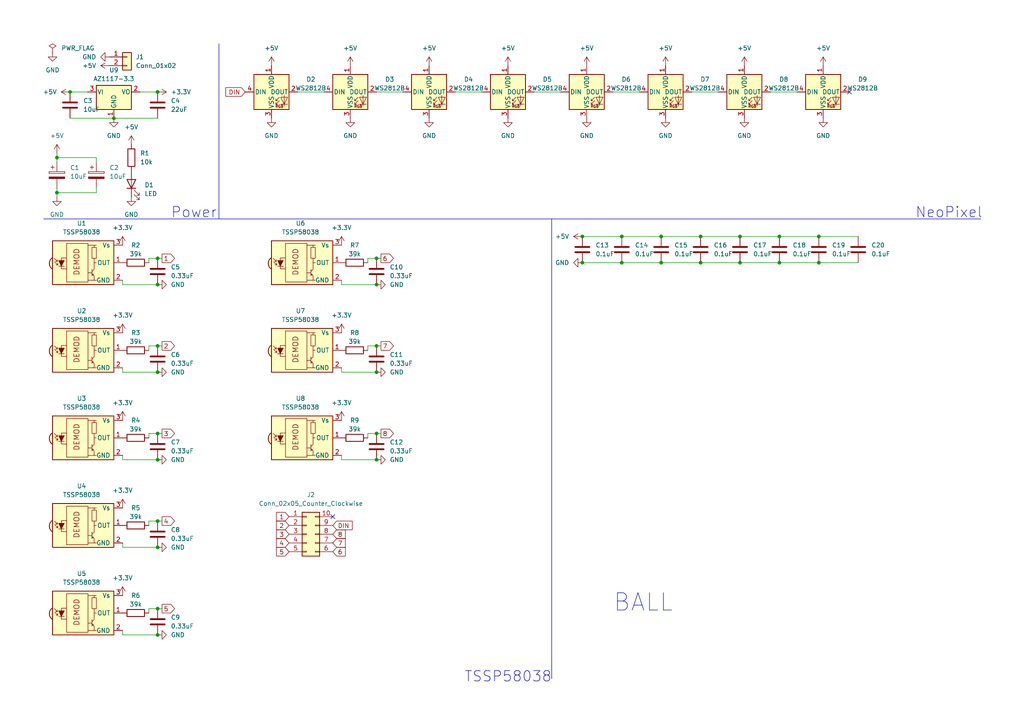
<source format=kicad_sch>
(kicad_sch (version 20231120) (generator "eeschema") (generator_version "8.0")
  (paper "A4")
  (lib_symbols
    (symbol "Connector_Generic:Conn_01x02" (pin_names (offset 1.016) hide)
      (property "Reference" "J" (at 0 2.54 0))
      (property "Value" "Conn_01x02" (at 0 -5.08 0))
      (symbol "Conn_01x02_1_1"
        (rectangle (start -1.27 -2.413) (end 0 -2.667) (stroke (width 0.1524)))
        (rectangle (start -1.27 0.127) (end 0 -0.127) (stroke (width 0.1524)))
        (rectangle (start -1.27 1.27) (end 1.27 -3.81) (stroke (width 0.254)) (fill (type background)))
        (pin passive line (at -5.08 0 0) (length 3.81) (name "Pin_1") (number "1"))
        (pin passive line (at -5.08 -2.54 0) (length 3.81) (name "Pin_2") (number "2"))
      )
    )
    (symbol "Connector_Generic:Conn_02x05_Counter_Clockwise" (pin_names (offset 1.016) hide)
      (property "Reference" "J" (at 1.27 7.62 0))
      (property "Value" "Conn_02x05_Counter_Clockwise" (at 1.27 -7.62 0))
      (symbol "Conn_02x05_Counter_Clockwise_1_1"
        (rectangle (start -1.27 -4.953) (end 0 -5.207) (stroke (width 0.1524)))
        (rectangle (start -1.27 -2.413) (end 0 -2.667) (stroke (width 0.1524)))
        (rectangle (start -1.27 0.127) (end 0 -0.127) (stroke (width 0.1524)))
        (rectangle (start -1.27 2.667) (end 0 2.413) (stroke (width 0.1524)))
        (rectangle (start -1.27 5.207) (end 0 4.953) (stroke (width 0.1524)))
        (rectangle (start -1.27 6.35) (end 3.81 -6.35) (stroke (width 0.254)) (fill (type background)))
        (rectangle (start 3.81 -4.953) (end 2.54 -5.207) (stroke (width 0.1524)))
        (rectangle (start 3.81 -2.413) (end 2.54 -2.667) (stroke (width 0.1524)))
        (rectangle (start 3.81 0.127) (end 2.54 -0.127) (stroke (width 0.1524)))
        (rectangle (start 3.81 2.667) (end 2.54 2.413) (stroke (width 0.1524)))
        (rectangle (start 3.81 5.207) (end 2.54 4.953) (stroke (width 0.1524)))
        (pin passive line (at -5.08 5.08 0) (length 3.81) (name "Pin_1") (number "1"))
        (pin passive line (at 7.62 5.08 180) (length 3.81) (name "Pin_10") (number "10"))
        (pin passive line (at -5.08 2.54 0) (length 3.81) (name "Pin_2") (number "2"))
        (pin passive line (at -5.08 0 0) (length 3.81) (name "Pin_3") (number "3"))
        (pin passive line (at -5.08 -2.54 0) (length 3.81) (name "Pin_4") (number "4"))
        (pin passive line (at -5.08 -5.08 0) (length 3.81) (name "Pin_5") (number "5"))
        (pin passive line (at 7.62 -5.08 180) (length 3.81) (name "Pin_6") (number "6"))
        (pin passive line (at 7.62 -2.54 180) (length 3.81) (name "Pin_7") (number "7"))
        (pin passive line (at 7.62 0 180) (length 3.81) (name "Pin_8") (number "8"))
        (pin passive line (at 7.62 2.54 180) (length 3.81) (name "Pin_9") (number "9"))
      )
    )
    (symbol "Device:C" (pin_numbers hide) (pin_names (offset 0.254))
      (property "Reference" "C" (at 0.635 2.54 0))
      (property "Value" "C" (at 0.635 -2.54 0))
      (symbol "C_0_1"
        (polyline (pts (xy -2.032 -0.762) (xy 2.032 -0.762)) (stroke (width 0.508)))
        (polyline (pts (xy -2.032 0.762) (xy 2.032 0.762)) (stroke (width 0.508)))
      )
      (symbol "C_1_1"
        (pin passive line (at 0 3.81 270) (length 2.794) (name "~") (number "1"))
        (pin passive line (at 0 -3.81 90) (length 2.794) (name "~") (number "2"))
      )
    )
    (symbol "Device:C_Polarized" (pin_numbers hide) (pin_names (offset 0.254))
      (property "Reference" "C" (at 0.635 2.54 0))
      (property "Value" "C_Polarized" (at 0.635 -2.54 0))
      (symbol "C_Polarized_0_1"
        (rectangle (start -2.286 0.508) (end 2.286 1.016))
        (polyline (pts (xy -1.778 2.286) (xy -0.762 2.286)))
        (polyline (pts (xy -1.27 2.794) (xy -1.27 1.778)))
        (rectangle (start 2.286 -0.508) (end -2.286 -1.016) (fill (type outline)))
      )
      (symbol "C_Polarized_1_1"
        (pin passive line (at 0 3.81 270) (length 2.794) (name "~") (number "1"))
        (pin passive line (at 0 -3.81 90) (length 2.794) (name "~") (number "2"))
      )
    )
    (symbol "Device:LED" (pin_numbers hide) (pin_names (offset 1.016) hide)
      (property "Reference" "D" (at 0 2.54 0))
      (property "Value" "LED" (at 0 -2.54 0))
      (symbol "LED_0_1"
        (polyline (pts (xy -1.27 -1.27) (xy -1.27 1.27)) (stroke (width 0.254)))
        (polyline (pts (xy -1.27 0) (xy 1.27 0)))
        (polyline (pts (xy 1.27 -1.27) (xy 1.27 1.27) (xy -1.27 0) (xy 1.27 -1.27)) (stroke (width 0.254)))
        (polyline (pts (xy -3.048 -0.762) (xy -4.572 -2.286) (xy -3.81 -2.286) (xy -4.572 -2.286) (xy -4.572 -1.524)))
        (polyline (pts (xy -1.778 -0.762) (xy -3.302 -2.286) (xy -2.54 -2.286) (xy -3.302 -2.286) (xy -3.302 -1.524)))
      )
      (symbol "LED_1_1"
        (pin passive line (at -3.81 0 0) (length 2.54) (name "K") (number "1"))
        (pin passive line (at 3.81 0 180) (length 2.54) (name "A") (number "2"))
      )
    )
    (symbol "Device:R" (pin_numbers hide) (pin_names (offset 0))
      (property "Reference" "R" (at 2.032 0 90))
      (property "Value" "R" (at 0 0 90))
      (symbol "R_0_1"
        (rectangle (start -1.016 -2.54) (end 1.016 2.54) (stroke (width 0.254)))
      )
      (symbol "R_1_1"
        (pin passive line (at 0 3.81 270) (length 1.27) (name "~") (number "1"))
        (pin passive line (at 0 -3.81 90) (length 1.27) (name "~") (number "2"))
      )
    )
    (symbol "LED:WS2812B" (pin_names (offset 0.254))
      (property "Reference" "D" (at 5.08 5.715 0))
      (property "Value" "WS2812B" (at 1.27 -5.715 0))
      (symbol "WS2812B_0_0"
        (text "RGB" (at 2.286 -4.191 0) (effects (font (size 0.762 0.762))))
      )
      (symbol "WS2812B_0_1"
        (polyline (pts (xy 1.27 -3.556) (xy 1.778 -3.556)))
        (polyline (pts (xy 1.27 -2.54) (xy 1.778 -2.54)))
        (polyline (pts (xy 4.699 -3.556) (xy 2.667 -3.556)))
        (polyline (pts (xy 2.286 -2.54) (xy 1.27 -3.556) (xy 1.27 -3.048)))
        (polyline (pts (xy 2.286 -1.524) (xy 1.27 -2.54) (xy 1.27 -2.032)))
        (polyline (pts (xy 3.683 -1.016) (xy 3.683 -3.556) (xy 3.683 -4.064)))
        (polyline (pts (xy 4.699 -1.524) (xy 2.667 -1.524) (xy 3.683 -3.556) (xy 4.699 -1.524)))
        (rectangle (start 5.08 5.08) (end -5.08 -5.08) (stroke (width 0.254)) (fill (type background)))
      )
      (symbol "WS2812B_1_1"
        (pin power_in line (at 0 7.62 270) (length 2.54) (name "VDD") (number "1"))
        (pin output line (at 7.62 0 180) (length 2.54) (name "DOUT") (number "2"))
        (pin power_in line (at 0 -7.62 90) (length 2.54) (name "VSS") (number "3"))
        (pin input line (at -7.62 0 0) (length 2.54) (name "DIN") (number "4"))
      )
    )
    (symbol "Regulator_Linear:AZ1117-3.3" (pin_names (offset 0.254))
      (property "Reference" "U" (at -3.81 3.175 0))
      (property "Value" "AZ1117-3.3" (at 0 3.175 0))
      (symbol "AZ1117-3.3_0_1"
        (rectangle (start -5.08 1.905) (end 5.08 -5.08) (stroke (width 0.254)) (fill (type background)))
      )
      (symbol "AZ1117-3.3_1_1"
        (pin power_in line (at 0 -7.62 90) (length 2.54) (name "GND") (number "1"))
        (pin power_out line (at 7.62 0 180) (length 2.54) (name "VO") (number "2"))
        (pin power_in line (at -7.62 0 0) (length 2.54) (name "VI") (number "3"))
      )
    )
    (symbol "Sensor_Proximity:TSSP58038" (pin_names (offset 1.016))
      (property "Reference" "U" (at -10.16 7.62 0))
      (property "Value" "TSSP58038" (at -10.16 -7.62 0))
      (symbol "TSSP58038_0_0"
        (arc (start -10.287 1.397) (mid -11.0899 -0.1852) (end -10.287 -1.778) (stroke (width 0.254)) (fill (type background)))
        (polyline (pts (xy 1.905 -5.08) (xy 0.127 -5.08)))
        (polyline (pts (xy 1.905 5.08) (xy 0.127 5.08)))
        (text "DEMOD" (at -3.175 0.254 900) (effects (font (size 1.524 1.524))))
      )
      (symbol "TSSP58038_0_1"
        (rectangle (start -6.096 5.588) (end 0.127 -5.588))
        (polyline (pts (xy -8.763 0.381) (xy -9.652 1.27)))
        (polyline (pts (xy -8.763 0.381) (xy -9.271 0.381)))
        (polyline (pts (xy -8.763 0.381) (xy -8.763 0.889)))
        (polyline (pts (xy -8.636 -0.635) (xy -9.525 0.254)))
        (polyline (pts (xy -8.636 -0.635) (xy -9.144 -0.635)))
        (polyline (pts (xy -8.636 -0.635) (xy -8.636 -0.127)))
        (polyline (pts (xy -8.382 -1.016) (xy -6.731 -1.016)))
        (polyline (pts (xy 1.27 -2.921) (xy 0.127 -2.921)))
        (polyline (pts (xy 1.27 -1.905) (xy 1.27 -3.81)))
        (polyline (pts (xy 1.397 -3.556) (xy 1.524 -3.556)))
        (polyline (pts (xy 1.651 -3.556) (xy 1.524 -3.556)))
        (polyline (pts (xy 1.651 -3.556) (xy 1.651 -3.302)))
        (polyline (pts (xy 1.905 0) (xy 1.905 1.27)))
        (polyline (pts (xy 1.905 4.445) (xy 1.905 5.08) (xy 2.54 5.08)))
        (polyline (pts (xy -8.382 0.635) (xy -6.731 0.635) (xy -7.62 -1.016) (xy -8.382 0.635)) (fill (type outline)))
        (polyline (pts (xy -6.096 1.397) (xy -7.62 1.397) (xy -7.62 -1.778) (xy -6.096 -1.778)))
        (polyline (pts (xy 1.27 -3.175) (xy 1.905 -3.81) (xy 1.905 -5.08) (xy 2.54 -5.08)))
        (polyline (pts (xy 1.27 -2.54) (xy 1.905 -1.905) (xy 1.905 0) (xy 2.54 0)))
        (rectangle (start 2.54 1.27) (end 1.27 4.445))
        (rectangle (start 7.62 6.35) (end -10.16 -6.35) (stroke (width 0.254)) (fill (type background)))
      )
      (symbol "TSSP58038_1_1"
        (pin output line (at 10.16 0 180) (length 2.54) (name "OUT") (number "1"))
        (pin power_in line (at 10.16 -5.08 180) (length 2.54) (name "GND") (number "2"))
        (pin power_in line (at 10.16 5.08 180) (length 2.54) (name "Vs") (number "3"))
      )
    )
    (symbol "power:+3.3V" (power) (pin_names (offset 0))
      (property "Value" "+3.3V" (at 0 3.556 0))
      (symbol "+3.3V_0_1"
        (polyline (pts (xy -0.762 1.27) (xy 0 2.54)))
        (polyline (pts (xy 0 0) (xy 0 2.54)))
        (polyline (pts (xy 0 2.54) (xy 0.762 1.27)))
      )
      (symbol "+3.3V_1_1"
        (pin power_in line (at 0 0 90) (length 0) hide (name "+3.3V") (number "1"))
      )
    )
    (symbol "power:+5V" (power) (pin_names (offset 0))
      (property "Value" "+5V" (at 0 3.556 0))
      (symbol "+5V_0_1"
        (polyline (pts (xy -0.762 1.27) (xy 0 2.54)))
        (polyline (pts (xy 0 0) (xy 0 2.54)))
        (polyline (pts (xy 0 2.54) (xy 0.762 1.27)))
      )
      (symbol "+5V_1_1"
        (pin power_in line (at 0 0 90) (length 0) hide (name "+5V") (number "1"))
      )
    )
    (symbol "power:GND" (power) (pin_names (offset 0))
      (property "Value" "GND" (at 0 -3.81 0))
      (symbol "GND_0_1"
        (polyline (pts (xy 0 0) (xy 0 -1.27) (xy 1.27 -1.27) (xy 0 -2.54) (xy -1.27 -1.27) (xy 0 -1.27)))
      )
      (symbol "GND_1_1"
        (pin power_in line (at 0 0 270) (length 0) hide (name "GND") (number "1"))
      )
    )
    (symbol "power:PWR_FLAG" (power) (pin_numbers hide) (pin_names (offset 0) hide)
      (property "Value" "PWR_FLAG" (at 0 3.81 0))
      (symbol "PWR_FLAG_0_0"
        (pin power_out line (at 0 0 90) (length 0) (name "pwr") (number "1"))
      )
      (symbol "PWR_FLAG_0_1"
        (polyline (pts (xy 0 0) (xy 0 1.27) (xy -1.016 1.905) (xy 0 2.54) (xy 1.016 1.905) (xy 0 1.27)))
      )
    )
  )
  (junction (at 109.22 82.55))
  (junction (at 20.32 26.67))
  (junction (at 180.34 76.2))
  (junction (at 45.72 100.33))
  (junction (at 45.72 151.13))
  (junction (at 16.51 55.88))
  (junction (at 45.72 74.93))
  (junction (at 214.63 76.2))
  (junction (at 214.63 68.58))
  (junction (at 109.22 107.95))
  (junction (at 191.77 68.58))
  (junction (at 203.2 76.2))
  (junction (at 45.72 184.15))
  (junction (at 45.72 82.55))
  (junction (at 45.72 176.53))
  (junction (at 45.72 26.67))
  (junction (at 226.06 68.58))
  (junction (at 45.72 133.35))
  (junction (at 45.72 125.73))
  (junction (at 109.22 100.33))
  (junction (at 16.51 45.72))
  (junction (at 45.72 107.95))
  (junction (at 203.2 68.58))
  (junction (at 45.72 158.75))
  (junction (at 109.22 133.35))
  (junction (at 191.77 76.2))
  (junction (at 109.22 125.73))
  (junction (at 168.91 76.2))
  (junction (at 237.49 68.58))
  (junction (at 168.91 68.58))
  (junction (at 180.34 68.58))
  (junction (at 226.06 76.2))
  (junction (at 109.22 74.93))
  (junction (at 237.49 76.2))
  (junction (at 33.02 34.29))
  (no_connect (at 246.38 26.67))
  (no_connect (at 96.52 149.86))
  (wire (pts (xy 180.34 68.58) (xy 191.77 68.58)))
  (wire (pts (xy 27.94 45.72) (xy 27.94 46.99)))
  (wire (pts (xy 35.56 132.08) (xy 35.56 133.35)))
  (wire (pts (xy 109.22 74.93) (xy 110.49 74.93)))
  (wire (pts (xy 27.94 55.88) (xy 27.94 54.61)))
  (wire (pts (xy 132.08 26.67) (xy 139.7 26.67)))
  (wire (pts (xy 237.49 68.58) (xy 248.92 68.58)))
  (wire (pts (xy 35.56 157.48) (xy 35.56 158.75)))
  (wire (pts (xy 203.2 76.2) (xy 214.63 76.2)))
  (wire (pts (xy 45.72 125.73) (xy 46.99 125.73)))
  (wire (pts (xy 106.68 125.73) (xy 109.22 125.73)))
  (wire (pts (xy 109.22 125.73) (xy 110.49 125.73)))
  (wire (pts (xy 45.72 176.53) (xy 46.99 176.53)))
  (wire (pts (xy 154.94 26.67) (xy 162.56 26.67)))
  (wire (pts (xy 16.51 54.61) (xy 16.51 55.88)))
  (wire (pts (xy 214.63 76.2) (xy 226.06 76.2)))
  (wire (pts (xy 16.51 44.45) (xy 16.51 45.72)))
  (wire (pts (xy 168.91 76.2) (xy 180.34 76.2)))
  (polyline (pts (xy 160.02 63.5) (xy 160.02 196.85)))
  (wire (pts (xy 191.77 68.58) (xy 203.2 68.58)))
  (wire (pts (xy 43.18 125.73) (xy 45.72 125.73)))
  (wire (pts (xy 223.52 26.67) (xy 231.14 26.67)))
  (wire (pts (xy 35.56 133.35) (xy 45.72 133.35)))
  (wire (pts (xy 214.63 68.58) (xy 226.06 68.58)))
  (wire (pts (xy 16.51 55.88) (xy 16.51 57.15)))
  (wire (pts (xy 106.68 74.93) (xy 109.22 74.93)))
  (wire (pts (xy 99.06 82.55) (xy 109.22 82.55)))
  (wire (pts (xy 109.22 26.67) (xy 116.84 26.67)))
  (wire (pts (xy 43.18 74.93) (xy 45.72 74.93)))
  (wire (pts (xy 43.18 101.6) (xy 43.18 100.33)))
  (wire (pts (xy 35.56 107.95) (xy 45.72 107.95)))
  (wire (pts (xy 43.18 152.4) (xy 43.18 151.13)))
  (wire (pts (xy 35.56 106.68) (xy 35.56 107.95)))
  (wire (pts (xy 86.36 26.67) (xy 93.98 26.67)))
  (wire (pts (xy 106.68 76.2) (xy 106.68 74.93)))
  (wire (pts (xy 20.32 34.29) (xy 33.02 34.29)))
  (wire (pts (xy 106.68 101.6) (xy 106.68 100.33)))
  (wire (pts (xy 200.66 26.67) (xy 208.28 26.67)))
  (wire (pts (xy 237.49 76.2) (xy 248.92 76.2)))
  (wire (pts (xy 45.72 100.33) (xy 46.99 100.33)))
  (wire (pts (xy 99.06 132.08) (xy 99.06 133.35)))
  (wire (pts (xy 99.06 107.95) (xy 109.22 107.95)))
  (wire (pts (xy 40.64 26.67) (xy 45.72 26.67)))
  (wire (pts (xy 35.56 182.88) (xy 35.56 184.15)))
  (polyline (pts (xy 12.7 63.5) (xy 160.02 63.5)))
  (wire (pts (xy 106.68 127) (xy 106.68 125.73)))
  (wire (pts (xy 43.18 127) (xy 43.18 125.73)))
  (wire (pts (xy 177.8 26.67) (xy 185.42 26.67)))
  (wire (pts (xy 35.56 158.75) (xy 45.72 158.75)))
  (wire (pts (xy 180.34 76.2) (xy 191.77 76.2)))
  (wire (pts (xy 43.18 76.2) (xy 43.18 74.93)))
  (wire (pts (xy 35.56 82.55) (xy 45.72 82.55)))
  (wire (pts (xy 191.77 76.2) (xy 203.2 76.2)))
  (wire (pts (xy 35.56 81.28) (xy 35.56 82.55)))
  (wire (pts (xy 99.06 133.35) (xy 109.22 133.35)))
  (wire (pts (xy 20.32 26.67) (xy 25.4 26.67)))
  (wire (pts (xy 168.91 68.58) (xy 180.34 68.58)))
  (wire (pts (xy 16.51 45.72) (xy 27.94 45.72)))
  (wire (pts (xy 33.02 34.29) (xy 45.72 34.29)))
  (wire (pts (xy 35.56 184.15) (xy 45.72 184.15)))
  (wire (pts (xy 99.06 106.68) (xy 99.06 107.95)))
  (wire (pts (xy 226.06 76.2) (xy 237.49 76.2)))
  (polyline (pts (xy 160.02 63.5) (xy 284.48 63.5)))
  (wire (pts (xy 45.72 74.93) (xy 46.99 74.93)))
  (wire (pts (xy 43.18 151.13) (xy 45.72 151.13)))
  (wire (pts (xy 226.06 68.58) (xy 237.49 68.58)))
  (wire (pts (xy 16.51 45.72) (xy 16.51 46.99)))
  (wire (pts (xy 109.22 100.33) (xy 110.49 100.33)))
  (wire (pts (xy 45.72 151.13) (xy 46.99 151.13)))
  (polyline (pts (xy 63.5 12.7) (xy 63.5 63.5)))
  (wire (pts (xy 43.18 100.33) (xy 45.72 100.33)))
  (wire (pts (xy 203.2 68.58) (xy 214.63 68.58)))
  (wire (pts (xy 43.18 177.8) (xy 43.18 176.53)))
  (wire (pts (xy 99.06 81.28) (xy 99.06 82.55)))
  (wire (pts (xy 106.68 100.33) (xy 109.22 100.33)))
  (wire (pts (xy 16.51 55.88) (xy 27.94 55.88)))
  (wire (pts (xy 43.18 176.53) (xy 45.72 176.53)))
  (text "Power" (at 49.53 63.5 0) (effects (font (size 3 3)) (justify left bottom)))
  (text "TSSP58038" (at 134.62 198.12 0) (effects (font (size 3 3)) (justify left bottom)))
  (text "NeoPixel" (at 265.43 63.5 0) (effects (font (size 3 3)) (justify left bottom)))
  (text "BALL" (at 177.8 177.8 0) (effects (font (size 5 5)) (justify left bottom)))
  (global_label "8" (shape input) (at 96.52 154.94 0) (property "Intersheetrefs" "${INTERSHEET_REFS}" (effects (hide yes))))
  (global_label "DIN" (shape input) (at 96.52 152.4 0) (property "Intersheetrefs" "${INTERSHEET_REFS}" (effects (hide yes))))
  (global_label "4" (shape output) (at 46.99 151.13 0) (property "Intersheetrefs" "${INTERSHEET_REFS}" (effects (hide yes))))
  (global_label "5" (shape input) (at 83.82 160.02 180) (property "Intersheetrefs" "${INTERSHEET_REFS}" (effects (hide yes))))
  (global_label "1" (shape output) (at 46.99 74.93 0) (property "Intersheetrefs" "${INTERSHEET_REFS}" (effects (hide yes))))
  (global_label "2" (shape input) (at 83.82 152.4 180) (property "Intersheetrefs" "${INTERSHEET_REFS}" (effects (hide yes))))
  (global_label "1" (shape input) (at 83.82 149.86 180) (property "Intersheetrefs" "${INTERSHEET_REFS}" (effects (hide yes))))
  (global_label "6" (shape output) (at 110.49 74.93 0) (property "Intersheetrefs" "${INTERSHEET_REFS}" (effects (hide yes))))
  (global_label "3" (shape input) (at 83.82 154.94 180) (property "Intersheetrefs" "${INTERSHEET_REFS}" (effects (hide yes))))
  (global_label "4" (shape input) (at 83.82 157.48 180) (property "Intersheetrefs" "${INTERSHEET_REFS}" (effects (hide yes))))
  (global_label "7" (shape input) (at 96.52 157.48 0) (property "Intersheetrefs" "${INTERSHEET_REFS}" (effects (hide yes))))
  (global_label "3" (shape output) (at 46.99 125.73 0) (property "Intersheetrefs" "${INTERSHEET_REFS}" (effects (hide yes))))
  (global_label "7" (shape output) (at 110.49 100.33 0) (property "Intersheetrefs" "${INTERSHEET_REFS}" (effects (hide yes))))
  (global_label "2" (shape output) (at 46.99 100.33 0) (property "Intersheetrefs" "${INTERSHEET_REFS}" (effects (hide yes))))
  (global_label "8" (shape output) (at 110.49 125.73 0) (property "Intersheetrefs" "${INTERSHEET_REFS}" (effects (hide yes))))
  (global_label "6" (shape input) (at 96.52 160.02 0) (property "Intersheetrefs" "${INTERSHEET_REFS}" (effects (hide yes))))
  (global_label "DIN" (shape input) (at 71.12 26.67 180) (property "Intersheetrefs" "${INTERSHEET_REFS}" (effects (hide yes))))
  (global_label "5" (shape output) (at 46.99 176.53 0) (property "Intersheetrefs" "${INTERSHEET_REFS}" (effects (hide yes))))
  (symbol (lib_id "power:+5V") (at 38.1 41.91 0) (unit 1)
    (property "Reference" "#PWR06" (effects (hide yes)))
    (property "Value" "+5V" (at 38.1 36.83 0))
  )
  (symbol (lib_id "Regulator_Linear:AZ1117-3.3") (at 33.02 26.67 0) (unit 1)
    (property "Reference" "U9" (at 33.02 20.32 0))
    (property "Value" "AZ1117-3.3" (at 33.02 22.86 0))
    (property "Footprint" "Package_TO_SOT_SMD:SOT-223-3_TabPin2" (effects (hide yes)))
    (property "Datasheet" "https://www.diodes.com/assets/Datasheets/AZ1117.pdf" (effects (hide yes)))
  )
  (symbol (lib_id "power:GND") (at 109.22 107.95 90) (unit 1)
    (property "Reference" "#PWR022" (effects (hide yes)))
    (property "Value" "GND" (at 113.03 107.95 90) (effects (justify right)))
  )
  (symbol (lib_id "power:+5V") (at 168.91 68.58 90) (unit 1)
    (property "Reference" "#PWR025" (effects (hide yes)))
    (property "Value" "+5V" (at 165.1 68.58 90) (effects (justify left)))
  )
  (symbol (lib_id "Device:C") (at 20.32 30.48 0) (unit 1)
    (property "Reference" "C3" (at 24.13 29.21 0) (effects (justify left)))
    (property "Value" "10uF" (at 24.13 31.75 0) (effects (justify left)))
    (property "Footprint" "Capacitor_SMD:C_1206_3216Metric" (effects (hide yes)))
  )
  (symbol (lib_id "power:+3.3V") (at 99.06 71.12 0) (unit 1)
    (property "Reference" "#PWR019" (effects (hide yes)))
    (property "Value" "+3.3V" (at 99.06 66.04 0))
  )
  (symbol (lib_id "Device:C") (at 45.72 154.94 0) (unit 1)
    (property "Reference" "C8" (at 49.53 153.67 0) (effects (justify left)))
    (property "Value" "0.33uF" (at 49.53 156.21 0) (effects (justify left)))
    (property "Footprint" "Capacitor_SMD:C_0603_1608Metric" (effects (hide yes)))
  )
  (symbol (lib_id "LED:WS2812B") (at 78.74 26.67 0) (unit 1)
    (property "Reference" "D2" (at 90.17 23.0221 0))
    (property "Value" "WS2812B" (at 90.17 25.5621 0))
    (property "Footprint" "LED_SMD:LED_WS2812B_PLCC4_5.0x5.0mm_P3.2mm" (effects (hide yes)))
    (property "Datasheet" "https://cdn-shop.adafruit.com/datasheets/WS2812B.pdf" (effects (hide yes)))
  )
  (symbol (lib_id "Device:C") (at 45.72 129.54 0) (unit 1)
    (property "Reference" "C7" (at 49.53 128.27 0) (effects (justify left)))
    (property "Value" "0.33uF" (at 49.53 130.81 0) (effects (justify left)))
    (property "Footprint" "Capacitor_SMD:C_0603_1608Metric" (effects (hide yes)))
  )
  (symbol (lib_id "Sensor_Proximity:TSSP58038") (at 88.9 76.2 0) (unit 1)
    (property "Reference" "U6" (at 87.165 64.77 0))
    (property "Value" "TSSP58038" (at 87.165 67.31 0))
    (property "Footprint" "OptoDevice:Vishay_MINICAST-3Pin" (effects (hide yes)))
    (property "Datasheet" "http://www.vishay.com/docs/82476/tssp58p38.pdf" (effects (hide yes)))
  )
  (symbol (lib_id "Device:R") (at 102.87 101.6 90) (unit 1)
    (property "Reference" "R8" (at 102.87 96.52 90))
    (property "Value" "39k" (at 102.87 99.06 90))
    (property "Footprint" "Resistor_SMD:R_0603_1608Metric" (effects (hide yes)))
  )
  (symbol (lib_id "Sensor_Proximity:TSSP58038") (at 88.9 101.6 0) (unit 1)
    (property "Reference" "U7" (at 87.165 90.17 0))
    (property "Value" "TSSP58038" (at 87.165 92.71 0))
    (property "Footprint" "OptoDevice:Vishay_MINICAST-3Pin" (effects (hide yes)))
    (property "Datasheet" "http://www.vishay.com/docs/82476/tssp58p38.pdf" (effects (hide yes)))
  )
  (symbol (lib_id "power:+3.3V") (at 35.56 71.12 0) (unit 1)
    (property "Reference" "#PWR014" (effects (hide yes)))
    (property "Value" "+3.3V" (at 35.56 66.04 0))
  )
  (symbol (lib_id "Device:C") (at 109.22 78.74 0) (unit 1)
    (property "Reference" "C10" (at 113.03 77.47 0) (effects (justify left)))
    (property "Value" "0.33uF" (at 113.03 80.01 0) (effects (justify left)))
    (property "Footprint" "Capacitor_SMD:C_0603_1608Metric" (effects (hide yes)))
  )
  (symbol (lib_id "Sensor_Proximity:TSSP58038") (at 25.4 152.4 0) (unit 1)
    (property "Reference" "U4" (at 23.665 140.97 0))
    (property "Value" "TSSP58038" (at 23.665 143.51 0))
    (property "Footprint" "OptoDevice:Vishay_MINICAST-3Pin" (effects (hide yes)))
    (property "Datasheet" "http://www.vishay.com/docs/82476/tssp58p38.pdf" (effects (hide yes)))
  )
  (symbol (lib_id "Connector_Generic:Conn_01x02") (at 36.83 16.51 0) (unit 1)
    (property "Reference" "J1" (at 39.37 16.51 0) (effects (justify left)))
    (property "Value" "Conn_01x02" (at 39.37 19.05 0) (effects (justify left)))
    (property "Footprint" "Connector_JST:JST_XH_S2B-XH-A_1x02_P2.50mm_Horizontal" (effects (hide yes)))
  )
  (symbol (lib_id "power:GND") (at 31.75 16.51 270) (unit 1)
    (property "Reference" "#PWR013" (effects (hide yes)))
    (property "Value" "GND" (at 27.94 16.51 90) (effects (justify right)))
  )
  (symbol (lib_id "power:+3.3V") (at 99.06 96.52 0) (unit 1)
    (property "Reference" "#PWR021" (effects (hide yes)))
    (property "Value" "+3.3V" (at 99.06 91.44 0))
  )
  (symbol (lib_id "power:+3.3V") (at 35.56 121.92 0) (unit 1)
    (property "Reference" "#PWR09" (effects (hide yes)))
    (property "Value" "+3.3V" (at 35.56 116.84 0))
  )
  (symbol (lib_id "power:GND") (at 33.02 34.29 0) (unit 1)
    (property "Reference" "#PWR010" (effects (hide yes)))
    (property "Value" "GND" (at 33.02 39.37 0))
  )
  (symbol (lib_id "power:+3.3V") (at 99.06 121.92 0) (unit 1)
    (property "Reference" "#PWR023" (effects (hide yes)))
    (property "Value" "+3.3V" (at 99.06 116.84 0))
  )
  (symbol (lib_id "power:+3.3V") (at 35.56 147.32 0) (unit 1)
    (property "Reference" "#PWR015" (effects (hide yes)))
    (property "Value" "+3.3V" (at 35.56 142.24 0))
  )
  (symbol (lib_id "Device:C") (at 203.2 72.39 0) (unit 1)
    (property "Reference" "C16" (at 207.01 71.12 0) (effects (justify left)))
    (property "Value" "0.1uF" (at 207.01 73.66 0) (effects (justify left)))
    (property "Footprint" "Capacitor_SMD:C_0402_1005Metric" (effects (hide yes)))
  )
  (symbol (lib_id "Device:C") (at 214.63 72.39 0) (unit 1)
    (property "Reference" "C17" (at 218.44 71.12 0) (effects (justify left)))
    (property "Value" "0.1uF" (at 218.44 73.66 0) (effects (justify left)))
    (property "Footprint" "Capacitor_SMD:C_0402_1005Metric" (effects (hide yes)))
  )
  (symbol (lib_id "Sensor_Proximity:TSSP58038") (at 25.4 127 0) (unit 1)
    (property "Reference" "U3" (at 23.665 115.57 0))
    (property "Value" "TSSP58038" (at 23.665 118.11 0))
    (property "Footprint" "OptoDevice:Vishay_MINICAST-3Pin" (effects (hide yes)))
    (property "Datasheet" "http://www.vishay.com/docs/82476/tssp58p38.pdf" (effects (hide yes)))
  )
  (symbol (lib_id "power:+5V") (at 170.18 19.05 0) (unit 1)
    (property "Reference" "#PWR048" (effects (hide yes)))
    (property "Value" "+5V" (at 170.18 13.97 0))
  )
  (symbol (lib_id "power:+5V") (at 147.32 19.05 0) (unit 1)
    (property "Reference" "#PWR047" (effects (hide yes)))
    (property "Value" "+5V" (at 147.32 13.97 0))
  )
  (symbol (lib_id "power:GND") (at 109.22 133.35 90) (unit 1)
    (property "Reference" "#PWR024" (effects (hide yes)))
    (property "Value" "GND" (at 113.03 133.35 90) (effects (justify right)))
  )
  (symbol (lib_id "power:GND") (at 109.22 82.55 90) (unit 1)
    (property "Reference" "#PWR020" (effects (hide yes)))
    (property "Value" "GND" (at 113.03 82.55 90) (effects (justify right)))
  )
  (symbol (lib_id "power:+5V") (at 101.6 19.05 0) (unit 1)
    (property "Reference" "#PWR042" (effects (hide yes)))
    (property "Value" "+5V" (at 101.6 13.97 0))
  )
  (symbol (lib_id "power:+5V") (at 238.76 19.05 0) (unit 1)
    (property "Reference" "#PWR054" (effects (hide yes)))
    (property "Value" "+5V" (at 238.76 13.97 0))
  )
  (symbol (lib_id "power:GND") (at 168.91 76.2 270) (unit 1)
    (property "Reference" "#PWR026" (effects (hide yes)))
    (property "Value" "GND" (at 165.1 76.2 90) (effects (justify right)))
  )
  (symbol (lib_id "Device:R") (at 38.1 45.72 0) (unit 1)
    (property "Reference" "R1" (at 40.64 44.45 0) (effects (justify left)))
    (property "Value" "10k" (at 40.64 46.99 0) (effects (justify left)))
    (property "Footprint" "Resistor_SMD:R_0603_1608Metric" (effects (hide yes)))
  )
  (symbol (lib_id "Device:C") (at 45.72 104.14 0) (unit 1)
    (property "Reference" "C6" (at 49.53 102.87 0) (effects (justify left)))
    (property "Value" "0.33uF" (at 49.53 105.41 0) (effects (justify left)))
    (property "Footprint" "Capacitor_SMD:C_0603_1608Metric" (effects (hide yes)))
  )
  (symbol (lib_id "Device:C") (at 237.49 72.39 0) (unit 1)
    (property "Reference" "C19" (at 241.3 71.12 0) (effects (justify left)))
    (property "Value" "0.1uF" (at 241.3 73.66 0) (effects (justify left)))
    (property "Footprint" "Capacitor_SMD:C_0402_1005Metric" (effects (hide yes)))
  )
  (symbol (lib_id "power:GND") (at 193.04 34.29 0) (unit 1)
    (property "Reference" "#PWR051" (effects (hide yes)))
    (property "Value" "GND" (at 193.04 39.37 0))
  )
  (symbol (lib_id "power:GND") (at 147.32 34.29 0) (unit 1)
    (property "Reference" "#PWR046" (effects (hide yes)))
    (property "Value" "GND" (at 147.32 39.37 0))
  )
  (symbol (lib_id "Connector_Generic:Conn_02x05_Counter_Clockwise") (at 88.9 154.94 0) (unit 1)
    (property "Reference" "J2" (at 90.17 143.51 0))
    (property "Value" "Conn_02x05_Counter_Clockwise" (at 90.17 146.05 0))
    (property "Footprint" "Connector_IDC:IDC-Header_2x05_P2.54mm_Vertical" (effects (hide yes)))
  )
  (symbol (lib_id "LED:WS2812B") (at 147.32 26.67 0) (unit 1)
    (property "Reference" "D5" (at 158.75 23.0221 0))
    (property "Value" "WS2812B" (at 158.75 25.5621 0))
    (property "Footprint" "LED_SMD:LED_WS2812B_PLCC4_5.0x5.0mm_P3.2mm" (effects (hide yes)))
    (property "Datasheet" "https://cdn-shop.adafruit.com/datasheets/WS2812B.pdf" (effects (hide yes)))
  )
  (symbol (lib_id "Device:R") (at 102.87 76.2 90) (unit 1)
    (property "Reference" "R7" (at 102.87 71.12 90))
    (property "Value" "39k" (at 102.87 73.66 90))
    (property "Footprint" "Resistor_SMD:R_0603_1608Metric" (effects (hide yes)))
  )
  (symbol (lib_id "Device:R") (at 39.37 127 90) (unit 1)
    (property "Reference" "R4" (at 39.37 121.92 90))
    (property "Value" "39k" (at 39.37 124.46 90))
    (property "Footprint" "Resistor_SMD:R_0603_1608Metric" (effects (hide yes)))
  )
  (symbol (lib_id "power:+5V") (at 16.51 44.45 0) (unit 1)
    (property "Reference" "#PWR04" (effects (hide yes)))
    (property "Value" "+5V" (at 16.51 39.37 0))
  )
  (symbol (lib_id "Device:C_Polarized") (at 16.51 50.8 0) (unit 1)
    (property "Reference" "C1" (at 20.32 48.641 0) (effects (justify left)))
    (property "Value" "10uF" (at 20.32 51.181 0) (effects (justify left)))
    (property "Footprint" "Capacitor_THT:CP_Radial_D8.0mm_P5.00mm" (effects (hide yes)))
  )
  (symbol (lib_id "Device:C_Polarized") (at 27.94 50.8 0) (unit 1)
    (property "Reference" "C2" (at 31.75 48.641 0) (effects (justify left)))
    (property "Value" "10uF" (at 31.75 51.181 0) (effects (justify left)))
    (property "Footprint" "Capacitor_THT:CP_Radial_D8.0mm_P5.00mm" (effects (hide yes)))
  )
  (symbol (lib_id "Device:C") (at 45.72 30.48 0) (unit 1)
    (property "Reference" "C4" (at 49.53 29.21 0) (effects (justify left)))
    (property "Value" "22uF" (at 49.53 31.75 0) (effects (justify left)))
    (property "Footprint" "Capacitor_SMD:C_0805_2012Metric" (effects (hide yes)))
  )
  (symbol (lib_id "power:+5V") (at 124.46 19.05 0) (unit 1)
    (property "Reference" "#PWR045" (effects (hide yes)))
    (property "Value" "+5V" (at 124.46 13.97 0))
  )
  (symbol (lib_id "Device:R") (at 39.37 177.8 90) (unit 1)
    (property "Reference" "R6" (at 39.37 172.72 90))
    (property "Value" "39k" (at 39.37 175.26 90))
    (property "Footprint" "Resistor_SMD:R_0603_1608Metric" (effects (hide yes)))
  )
  (symbol (lib_id "power:GND") (at 215.9 34.29 0) (unit 1)
    (property "Reference" "#PWR053" (effects (hide yes)))
    (property "Value" "GND" (at 215.9 39.37 0))
  )
  (symbol (lib_id "power:GND") (at 45.72 158.75 90) (unit 1)
    (property "Reference" "#PWR016" (effects (hide yes)))
    (property "Value" "GND" (at 49.53 158.75 90) (effects (justify right)))
  )
  (symbol (lib_id "Device:LED") (at 38.1 53.34 90) (unit 1)
    (property "Reference" "D1" (at 41.91 53.6575 90) (effects (justify right)))
    (property "Value" "LED" (at 41.91 56.1975 90) (effects (justify right)))
    (property "Footprint" "LED_SMD:LED_0603_1608Metric" (effects (hide yes)))
  )
  (symbol (lib_id "Device:R") (at 39.37 152.4 90) (unit 1)
    (property "Reference" "R5" (at 39.37 147.32 90))
    (property "Value" "39k" (at 39.37 149.86 90))
    (property "Footprint" "Resistor_SMD:R_0603_1608Metric" (effects (hide yes)))
  )
  (symbol (lib_id "Device:C") (at 180.34 72.39 0) (unit 1)
    (property "Reference" "C14" (at 184.15 71.12 0) (effects (justify left)))
    (property "Value" "0.1uF" (at 184.15 73.66 0) (effects (justify left)))
    (property "Footprint" "Capacitor_SMD:C_0402_1005Metric" (effects (hide yes)))
  )
  (symbol (lib_id "power:+5V") (at 78.74 19.05 0) (unit 1)
    (property "Reference" "#PWR040" (effects (hide yes)))
    (property "Value" "+5V" (at 78.74 13.97 0))
  )
  (symbol (lib_id "LED:WS2812B") (at 193.04 26.67 0) (unit 1)
    (property "Reference" "D7" (at 204.47 23.0221 0))
    (property "Value" "WS2812B" (at 204.47 25.5621 0))
    (property "Footprint" "LED_SMD:LED_WS2812B_PLCC4_5.0x5.0mm_P3.2mm" (effects (hide yes)))
    (property "Datasheet" "https://cdn-shop.adafruit.com/datasheets/WS2812B.pdf" (effects (hide yes)))
  )
  (symbol (lib_id "power:GND") (at 170.18 34.29 0) (unit 1)
    (property "Reference" "#PWR049" (effects (hide yes)))
    (property "Value" "GND" (at 170.18 39.37 0))
  )
  (symbol (lib_id "power:+5V") (at 215.9 19.05 0) (unit 1)
    (property "Reference" "#PWR052" (effects (hide yes)))
    (property "Value" "+5V" (at 215.9 13.97 0))
  )
  (symbol (lib_id "LED:WS2812B") (at 124.46 26.67 0) (unit 1)
    (property "Reference" "D4" (at 135.89 23.0221 0))
    (property "Value" "WS2812B" (at 135.89 25.5621 0))
    (property "Footprint" "LED_SMD:LED_WS2812B_PLCC4_5.0x5.0mm_P3.2mm" (effects (hide yes)))
    (property "Datasheet" "https://cdn-shop.adafruit.com/datasheets/WS2812B.pdf" (effects (hide yes)))
  )
  (symbol (lib_id "power:+5V") (at 193.04 19.05 0) (unit 1)
    (property "Reference" "#PWR050" (effects (hide yes)))
    (property "Value" "+5V" (at 193.04 13.97 0))
  )
  (symbol (lib_id "Device:R") (at 39.37 76.2 90) (unit 1)
    (property "Reference" "R2" (at 39.37 71.12 90))
    (property "Value" "39k" (at 39.37 73.66 90))
    (property "Footprint" "Resistor_SMD:R_0603_1608Metric" (effects (hide yes)))
  )
  (symbol (lib_id "Sensor_Proximity:TSSP58038") (at 25.4 177.8 0) (unit 1)
    (property "Reference" "U5" (at 23.665 166.37 0))
    (property "Value" "TSSP58038" (at 23.665 168.91 0))
    (property "Footprint" "OptoDevice:Vishay_MINICAST-3Pin" (effects (hide yes)))
    (property "Datasheet" "http://www.vishay.com/docs/82476/tssp58p38.pdf" (effects (hide yes)))
  )
  (symbol (lib_id "power:GND") (at 124.46 34.29 0) (unit 1)
    (property "Reference" "#PWR044" (effects (hide yes)))
    (property "Value" "GND" (at 124.46 39.37 0))
  )
  (symbol (lib_id "LED:WS2812B") (at 101.6 26.67 0) (unit 1)
    (property "Reference" "D3" (at 113.03 23.0221 0))
    (property "Value" "WS2812B" (at 113.03 25.5621 0))
    (property "Footprint" "LED_SMD:LED_WS2812B_PLCC4_5.0x5.0mm_P3.2mm" (effects (hide yes)))
    (property "Datasheet" "https://cdn-shop.adafruit.com/datasheets/WS2812B.pdf" (effects (hide yes)))
  )
  (symbol (lib_id "power:GND") (at 238.76 34.29 0) (unit 1)
    (property "Reference" "#PWR055" (effects (hide yes)))
    (property "Value" "GND" (at 238.76 39.37 0))
  )
  (symbol (lib_id "LED:WS2812B") (at 215.9 26.67 0) (unit 1)
    (property "Reference" "D8" (at 227.33 23.0221 0))
    (property "Value" "WS2812B" (at 227.33 25.5621 0))
    (property "Footprint" "LED_SMD:LED_WS2812B_PLCC4_5.0x5.0mm_P3.2mm" (effects (hide yes)))
    (property "Datasheet" "https://cdn-shop.adafruit.com/datasheets/WS2812B.pdf" (effects (hide yes)))
  )
  (symbol (lib_id "Device:C") (at 109.22 129.54 0) (unit 1)
    (property "Reference" "C12" (at 113.03 128.27 0) (effects (justify left)))
    (property "Value" "0.33uF" (at 113.03 130.81 0) (effects (justify left)))
    (property "Footprint" "Capacitor_SMD:C_0603_1608Metric" (effects (hide yes)))
  )
  (symbol (lib_id "Device:C") (at 248.92 72.39 0) (unit 1)
    (property "Reference" "C20" (at 252.73 71.12 0) (effects (justify left)))
    (property "Value" "0.1uF" (at 252.73 73.66 0) (effects (justify left)))
    (property "Footprint" "Capacitor_SMD:C_0402_1005Metric" (effects (hide yes)))
  )
  (symbol (lib_id "power:GND") (at 101.6 34.29 0) (unit 1)
    (property "Reference" "#PWR043" (effects (hide yes)))
    (property "Value" "GND" (at 101.6 39.37 0))
  )
  (symbol (lib_id "power:+3.3V") (at 35.56 172.72 0) (unit 1)
    (property "Reference" "#PWR017" (effects (hide yes)))
    (property "Value" "+3.3V" (at 35.56 167.64 0))
  )
  (symbol (lib_id "power:GND") (at 38.1 57.15 0) (unit 1)
    (property "Reference" "#PWR039" (effects (hide yes)))
    (property "Value" "GND" (at 38.1 62.23 0))
  )
  (symbol (lib_id "power:GND") (at 45.72 184.15 90) (unit 1)
    (property "Reference" "#PWR018" (effects (hide yes)))
    (property "Value" "GND" (at 49.53 184.15 90) (effects (justify right)))
  )
  (symbol (lib_id "power:GND") (at 78.74 34.29 0) (unit 1)
    (property "Reference" "#PWR041" (effects (hide yes)))
    (property "Value" "GND" (at 78.74 39.37 0))
  )
  (symbol (lib_id "Device:C") (at 191.77 72.39 0) (unit 1)
    (property "Reference" "C15" (at 195.58 71.12 0) (effects (justify left)))
    (property "Value" "0.1uF" (at 195.58 73.66 0) (effects (justify left)))
    (property "Footprint" "Capacitor_SMD:C_0402_1005Metric" (effects (hide yes)))
  )
  (symbol (lib_id "Device:C") (at 45.72 180.34 0) (unit 1)
    (property "Reference" "C9" (at 49.53 179.07 0) (effects (justify left)))
    (property "Value" "0.33uF" (at 49.53 181.61 0) (effects (justify left)))
    (property "Footprint" "Capacitor_SMD:C_0603_1608Metric" (effects (hide yes)))
  )
  (symbol (lib_id "power:GND") (at 45.72 107.95 90) (unit 1)
    (property "Reference" "#PWR07" (effects (hide yes)))
    (property "Value" "GND" (at 49.53 107.95 90) (effects (justify right)))
  )
  (symbol (lib_id "Sensor_Proximity:TSSP58038") (at 25.4 101.6 0) (unit 1)
    (property "Reference" "U2" (at 23.665 90.17 0))
    (property "Value" "TSSP58038" (at 23.665 92.71 0))
    (property "Footprint" "OptoDevice:Vishay_MINICAST-3Pin" (effects (hide yes)))
    (property "Datasheet" "http://www.vishay.com/docs/82476/tssp58p38.pdf" (effects (hide yes)))
  )
  (symbol (lib_id "power:GND") (at 45.72 133.35 90) (unit 1)
    (property "Reference" "#PWR011" (effects (hide yes)))
    (property "Value" "GND" (at 49.53 133.35 90) (effects (justify right)))
  )
  (symbol (lib_id "LED:WS2812B") (at 238.76 26.67 0) (unit 1)
    (property "Reference" "D9" (at 250.19 23.0221 0))
    (property "Value" "WS2812B" (at 250.19 25.5621 0))
    (property "Footprint" "LED_SMD:LED_WS2812B_PLCC4_5.0x5.0mm_P3.2mm" (effects (hide yes)))
    (property "Datasheet" "https://cdn-shop.adafruit.com/datasheets/WS2812B.pdf" (effects (hide yes)))
  )
  (symbol (lib_id "power:+5V") (at 20.32 26.67 90) (unit 1)
    (property "Reference" "#PWR08" (effects (hide yes)))
    (property "Value" "+5V" (at 16.51 26.67 90) (effects (justify left)))
  )
  (symbol (lib_id "power:PWR_FLAG") (at 15.24 15.24 0) (unit 1)
    (property "Reference" "#FLG01" (effects (hide yes)))
    (property "Value" "PWR_FLAG" (at 17.78 13.97 0) (effects (justify left)))
  )
  (symbol (lib_id "Device:C") (at 45.72 78.74 0) (unit 1)
    (property "Reference" "C5" (at 49.53 77.47 0) (effects (justify left)))
    (property "Value" "0.33uF" (at 49.53 80.01 0) (effects (justify left)))
    (property "Footprint" "Capacitor_SMD:C_0603_1608Metric" (effects (hide yes)))
  )
  (symbol (lib_id "Device:C") (at 226.06 72.39 0) (unit 1)
    (property "Reference" "C18" (at 229.87 71.12 0) (effects (justify left)))
    (property "Value" "0.1uF" (at 229.87 73.66 0) (effects (justify left)))
    (property "Footprint" "Capacitor_SMD:C_0402_1005Metric" (effects (hide yes)))
  )
  (symbol (lib_id "power:+5V") (at 31.75 19.05 90) (unit 1)
    (property "Reference" "#PWR03" (effects (hide yes)))
    (property "Value" "+5V" (at 27.94 19.05 90) (effects (justify left)))
  )
  (symbol (lib_id "Sensor_Proximity:TSSP58038") (at 88.9 127 0) (unit 1)
    (property "Reference" "U8" (at 87.165 115.57 0))
    (property "Value" "TSSP58038" (at 87.165 118.11 0))
    (property "Footprint" "OptoDevice:Vishay_MINICAST-3Pin" (effects (hide yes)))
    (property "Datasheet" "http://www.vishay.com/docs/82476/tssp58p38.pdf" (effects (hide yes)))
  )
  (symbol (lib_id "Device:R") (at 102.87 127 90) (unit 1)
    (property "Reference" "R9" (at 102.87 121.92 90))
    (property "Value" "39k" (at 102.87 124.46 90))
    (property "Footprint" "Resistor_SMD:R_0603_1608Metric" (effects (hide yes)))
  )
  (symbol (lib_id "power:GND") (at 45.72 82.55 90) (unit 1)
    (property "Reference" "#PWR02" (effects (hide yes)))
    (property "Value" "GND" (at 49.53 82.55 90) (effects (justify right)))
  )
  (symbol (lib_id "power:+3.3V") (at 35.56 96.52 0) (unit 1)
    (property "Reference" "#PWR05" (effects (hide yes)))
    (property "Value" "+3.3V" (at 35.56 91.44 0))
  )
  (symbol (lib_id "Device:R") (at 39.37 101.6 90) (unit 1)
    (property "Reference" "R3" (at 39.37 96.52 90))
    (property "Value" "39k" (at 39.37 99.06 90))
    (property "Footprint" "Resistor_SMD:R_0603_1608Metric" (effects (hide yes)))
  )
  (symbol (lib_id "Device:C") (at 168.91 72.39 0) (unit 1)
    (property "Reference" "C13" (at 172.72 71.12 0) (effects (justify left)))
    (property "Value" "0.1uF" (at 172.72 73.66 0) (effects (justify left)))
    (property "Footprint" "Capacitor_SMD:C_0402_1005Metric" (effects (hide yes)))
  )
  (symbol (lib_id "power:GND") (at 16.51 57.15 0) (unit 1)
    (property "Reference" "#PWR037" (effects (hide yes)))
    (property "Value" "GND" (at 16.51 62.23 0))
  )
  (symbol (lib_id "LED:WS2812B") (at 170.18 26.67 0) (unit 1)
    (property "Reference" "D6" (at 181.61 23.0221 0))
    (property "Value" "WS2812B" (at 181.61 25.5621 0))
    (property "Footprint" "LED_SMD:LED_WS2812B_PLCC4_5.0x5.0mm_P3.2mm" (effects (hide yes)))
    (property "Datasheet" "https://cdn-shop.adafruit.com/datasheets/WS2812B.pdf" (effects (hide yes)))
  )
  (symbol (lib_id "power:GND") (at 15.24 15.24 0) (unit 1)
    (property "Reference" "#PWR01" (effects (hide yes)))
    (property "Value" "GND" (at 15.24 20.32 0))
  )
  (symbol (lib_id "power:+3.3V") (at 45.72 26.67 270) (unit 1)
    (property "Reference" "#PWR012" (effects (hide yes)))
    (property "Value" "+3.3V" (at 49.53 26.67 90) (effects (justify left)))
  )
  (symbol (lib_id "Device:C") (at 109.22 104.14 0) (unit 1)
    (property "Reference" "C11" (at 113.03 102.87 0) (effects (justify left)))
    (property "Value" "0.33uF" (at 113.03 105.41 0) (effects (justify left)))
    (property "Footprint" "Capacitor_SMD:C_0603_1608Metric" (effects (hide yes)))
  )
  (symbol (lib_id "Sensor_Proximity:TSSP58038") (at 25.4 76.2 0) (unit 1)
    (property "Reference" "U1" (at 23.665 64.77 0))
    (property "Value" "TSSP58038" (at 23.665 67.31 0))
    (property "Footprint" "OptoDevice:Vishay_MINICAST-3Pin" (effects (hide yes)))
    (property "Datasheet" "http://www.vishay.com/docs/82476/tssp58p38.pdf" (effects (hide yes)))
  )
)
</source>
